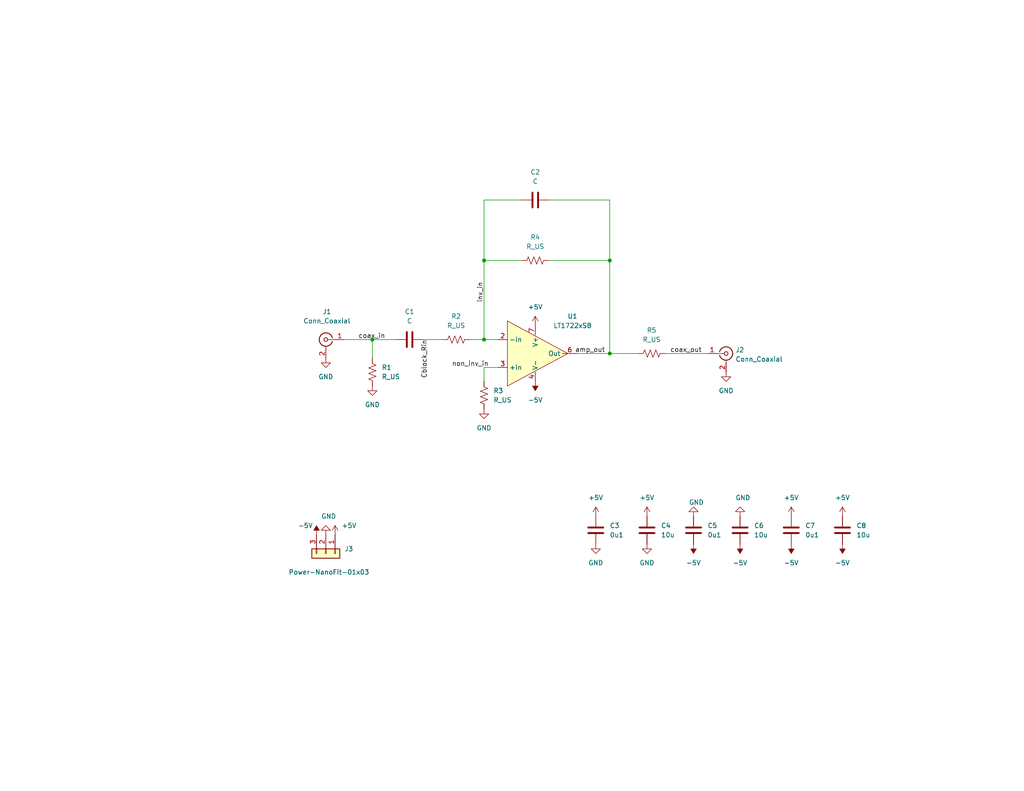
<source format=kicad_sch>
(kicad_sch (version 20211123) (generator eeschema)
  (paper "USLetter")
  (title_block (title "Inverting Single Opamp -- SOIC8") (date "2022-04-28") (rev "0.1") (company "HugonLabs"))
  (lib_symbols
    (symbol "Connector:Conn_Coaxial" (pin_names (offset 1.016) hide)
      (property "Reference" "J" (at 0.254 3.048 0))
      (property "Value" "Conn_Coaxial" (at 2.921 0 90))
      (symbol "Conn_Coaxial_0_1"
        (arc (start -1.778 -0.508) (mid 0.2311 -1.8066) (end 1.778 0) (stroke (width 0.254)))
        (polyline (pts (xy -2.54 0) (xy -0.508 0)))
        (polyline (pts (xy 0 -2.54) (xy 0 -1.778)))
        (circle (center 0 0) (radius 0.508) (stroke (width 0.2032)))
        (arc (start 1.778 0) (mid 0.2099 1.8101) (end -1.778 0.508) (stroke (width 0.254)))
      )
      (symbol "Conn_Coaxial_1_1"
        (pin passive line (at -5.08 0 0) (length 2.54) (name "In") (number "1"))
        (pin passive line (at 0 -5.08 90) (length 2.54) (name "Ext") (number "2"))
      )
    )
    (symbol "Device:C" (pin_numbers hide) (pin_names (offset 0.254))
      (property "Reference" "C" (at 0.635 2.54 0))
      (property "Value" "C" (at 0.635 -2.54 0))
      (symbol "C_0_1"
        (polyline (pts (xy -2.032 -0.762) (xy 2.032 -0.762)) (stroke (width 0.508)))
        (polyline (pts (xy -2.032 0.762) (xy 2.032 0.762)) (stroke (width 0.508)))
      )
      (symbol "C_1_1"
        (pin passive line (at 0 3.81 270) (length 2.794) (name "~") (number "1"))
        (pin passive line (at 0 -3.81 90) (length 2.794) (name "~") (number "2"))
      )
    )
    (symbol "Device:R_US" (pin_numbers hide) (pin_names (offset 0))
      (property "Reference" "R" (at 2.54 0 90))
      (property "Value" "R_US" (at -2.54 0 90))
      (symbol "R_US_0_1"
        (polyline (pts (xy 0 -2.286) (xy 0 -2.54)))
        (polyline (pts (xy 0 2.286) (xy 0 2.54)))
        (polyline (pts (xy 0 -0.762) (xy 1.016 -1.143) (xy 0 -1.524) (xy -1.016 -1.905) (xy 0 -2.286)))
        (polyline (pts (xy 0 0.762) (xy 1.016 0.381) (xy 0 0) (xy -1.016 -0.381) (xy 0 -0.762)))
        (polyline (pts (xy 0 2.286) (xy 1.016 1.905) (xy 0 1.524) (xy -1.016 1.143) (xy 0 0.762)))
      )
      (symbol "R_US_1_1"
        (pin passive line (at 0 3.81 270) (length 1.27) (name "~") (number "1"))
        (pin passive line (at 0 -3.81 90) (length 1.27) (name "~") (number "2"))
      )
    )
    (symbol "HugonLib:LT1722xS8"
      (property "Reference" "U" (at 2.54 8.89 0))
      (property "Value" "LT1722xS8" (at 2.54 11.43 0))
      (symbol "LT1722xS8_0_0"
        (pin no_connect non_logic (at 15.24 8.89 270) (length 2.54) hide (name "NC") (number "1"))
        (pin no_connect non_logic (at 22.86 8.89 270) (length 2.54) hide (name "NC") (number "5"))
        (pin no_connect non_logic (at 17.78 8.89 270) (length 2.54) hide (name "NC") (number "8"))
      )
      (symbol "LT1722xS8_0_1"
        (polyline (pts (xy -8.89 8.89) (xy 7.62 0) (xy -8.89 -8.89) (xy -8.89 8.89)) (fill (type background)))
      )
      (symbol "LT1722xS8_1_1"
        (pin input line (at -11.43 3.81 0) (length 2.54) (name "-in") (number "2"))
        (pin input line (at -11.43 -3.81 0) (length 2.54) (name "+in") (number "3"))
        (pin power_in line (at -1.27 -7.62 90) (length 2.54) (name "V-") (number "4"))
        (pin output line (at 10.16 0 180) (length 4) (name "Out") (number "6"))
        (pin power_in line (at -1.27 7.62 270) (length 2.54) (name "V+") (number "7"))
      )
    )
    (symbol "HugonLib:Power-NanoFit-01x03" (pin_names (offset 1.016) hide)
      (property "Reference" "J" (at 0 5.08 0))
      (property "Value" "Power-NanoFit-01x03" (at 0 -5.08 0))
      (symbol "Power-NanoFit-01x03_1_1"
        (rectangle (start -1.27 -2.413) (end 0 -2.667) (stroke (width 0.1524)))
        (rectangle (start -1.27 0.127) (end 0 -0.127) (stroke (width 0.1524)))
        (rectangle (start -1.27 2.667) (end 0 2.413) (stroke (width 0.1524)))
        (rectangle (start -1.27 3.81) (end 1.27 -3.81) (stroke (width 0.254)) (fill (type background)))
        (pin power_out line (at -5.08 2.54 0) (length 3.81) (name "Pin_1") (number "1"))
        (pin power_out line (at -5.08 0 0) (length 3.81) (name "Pin_2") (number "2"))
        (pin power_out line (at -5.08 -2.54 0) (length 3.81) (name "Pin_3") (number "3"))
      )
    )
    (symbol "power:+5V" (power) (pin_names (offset 0))
      (property "Value" "+5V" (at 0 3.556 0))
      (symbol "+5V_0_1"
        (polyline (pts (xy -0.762 1.27) (xy 0 2.54)))
        (polyline (pts (xy 0 0) (xy 0 2.54)))
        (polyline (pts (xy 0 2.54) (xy 0.762 1.27)))
      )
      (symbol "+5V_1_1"
        (pin power_in line (at 0 0 90) (length 0) hide (name "+5V") (number "1"))
      )
    )
    (symbol "power:-5V" (power) (pin_names (offset 0))
      (property "Value" "-5V" (at 0 3.81 0))
      (symbol "-5V_0_0"
        (pin power_in line (at 0 0 90) (length 0) hide (name "-5V") (number "1"))
      )
      (symbol "-5V_0_1"
        (polyline (pts (xy 0 0) (xy 0 1.27) (xy 0.762 1.27) (xy 0 2.54) (xy -0.762 1.27) (xy 0 1.27)) (fill (type outline)))
      )
    )
    (symbol "power:GND" (power) (pin_names (offset 0))
      (property "Value" "GND" (at 0 -3.81 0))
      (symbol "GND_0_1"
        (polyline (pts (xy 0 0) (xy 0 -1.27) (xy 1.27 -1.27) (xy 0 -2.54) (xy -1.27 -1.27) (xy 0 -1.27)))
      )
      (symbol "GND_1_1"
        (pin power_in line (at 0 0 270) (length 0) hide (name "GND") (number "1"))
      )
    )
  )
  (junction (at 101.6 92.71))
  (junction (at 132.08 71.12))
  (junction (at 166.37 96.52))
  (junction (at 132.08 92.71))
  (junction (at 166.37 71.12))
  (wire (pts (xy 107.95 92.71) (xy 101.6 92.71)))
  (wire (pts (xy 166.37 96.52) (xy 173.99 96.52)))
  (wire (pts (xy 181.61 96.52) (xy 193.04 96.52)))
  (wire (pts (xy 101.6 92.71) (xy 101.6 97.79)))
  (wire (pts (xy 128.27 92.71) (xy 132.08 92.71)))
  (wire (pts (xy 132.08 71.12) (xy 142.24 71.12)))
  (wire (pts (xy 157.48 96.52) (xy 166.37 96.52)))
  (wire (pts (xy 132.08 104.14) (xy 132.08 100.33)))
  (wire (pts (xy 132.08 92.71) (xy 132.08 71.12)))
  (wire (pts (xy 132.08 71.12) (xy 132.08 54.61)))
  (wire (pts (xy 132.08 54.61) (xy 142.24 54.61)))
  (wire (pts (xy 132.08 92.71) (xy 135.89 92.71)))
  (wire (pts (xy 166.37 54.61) (xy 166.37 71.12)))
  (wire (pts (xy 132.08 100.33) (xy 135.89 100.33)))
  (wire (pts (xy 149.86 54.61) (xy 166.37 54.61)))
  (wire (pts (xy 149.86 71.12) (xy 166.37 71.12)))
  (wire (pts (xy 166.37 71.12) (xy 166.37 96.52)))
  (wire (pts (xy 93.98 92.71) (xy 101.6 92.71)))
  (wire (pts (xy 115.57 92.71) (xy 120.65 92.71)))
  (label "coax_in" (at 97.79 92.71 0))
  (label "inv_in" (at 132.08 82.55 90))
  (label "non_inv_in" (at 133.35 100.33 180))
  (label "coax_out" (at 182.88 96.52 0))
  (label "amp_out" (at 165.1 96.52 180))
  (label "Cblock_Rin" (at 116.84 92.71 270))
  (symbol (lib_id "Device:C") (at 146.05 54.61 90) (unit 1)
    (property "Reference" "C2" (at 146.05 46.99 90))
    (property "Value" "C" (at 146.05 49.53 90))
    (property "Footprint" "Capacitor_SMD:C_0805_2012Metric_Pad1.18x1.45mm_HandSolder" (effects hide))
  )
  (symbol (lib_id "Device:R_US") (at 101.6 101.6 180) (unit 1)
    (property "Reference" "R1" (at 104.14 100.3299 0) (effects (justify right)))
    (property "Value" "R_US" (at 104.14 102.8699 0) (effects (justify right)))
    (property "Footprint" "Resistor_SMD:R_0805_2012Metric_Pad1.20x1.40mm_HandSolder" (effects hide))
  )
  (symbol (lib_id "power:GND") (at 88.9 97.79 0) (unit 1)
    (property "Reference" "#PWR01" (effects hide))
    (property "Value" "GND" (at 88.9 102.87 0))
  )
  (symbol (lib_id "Device:R_US") (at 132.08 107.95 0) (unit 1)
    (property "Reference" "R3" (at 134.62 106.6799 0) (effects (justify left)))
    (property "Value" "R_US" (at 134.62 109.2199 0) (effects (justify left)))
    (property "Footprint" "Resistor_SMD:R_0805_2012Metric_Pad1.20x1.40mm_HandSolder" (effects hide))
  )
  (symbol (lib_id "power:-5V") (at 86.36 146.05 0) (unit 1)
    (property "Reference" "#PWR0101" (effects hide))
    (property "Value" "-5V" (at 81.28 143.51 0) (effects (justify left)))
  )
  (symbol (lib_id "power:+5V") (at 176.53 140.97 0) (unit 1)
    (property "Reference" "#PWR09" (effects hide))
    (property "Value" "+5V" (at 176.53 135.89 0))
  )
  (symbol (lib_id "power:GND") (at 176.53 148.59 0) (unit 1)
    (property "Reference" "#PWR010" (effects hide))
    (property "Value" "GND" (at 176.53 153.67 0))
  )
  (symbol (lib_id "Device:R_US") (at 124.46 92.71 90) (unit 1)
    (property "Reference" "R2" (at 124.46 86.36 90))
    (property "Value" "R_US" (at 124.46 88.9 90))
    (property "Footprint" "Resistor_SMD:R_0805_2012Metric_Pad1.20x1.40mm_HandSolder" (effects hide))
  )
  (symbol (lib_id "power:GND") (at 132.08 111.76 0) (unit 1)
    (property "Reference" "#PWR03" (effects hide))
    (property "Value" "GND" (at 132.08 116.84 0))
  )
  (symbol (lib_id "HugonLib:Power-NanoFit-01x03") (at 88.9 151.13 270) (unit 1)
    (property "Reference" "J3" (at 93.98 149.8599 90) (effects (justify left)))
    (property "Value" "Power-NanoFit-01x03" (at 78.74 156.21 90) (effects (justify left)))
    (property "Footprint" "Connector_Molex:Molex_Nano-Fit_105313-xx03_1x03_P2.50mm_Horizontal" (effects hide))
  )
  (symbol (lib_id "power:-5V") (at 189.23 148.59 180) (unit 1)
    (property "Reference" "#PWR012" (effects hide))
    (property "Value" "-5V" (at 189.23 153.67 0))
  )
  (symbol (lib_id "Device:C") (at 229.87 144.78 180) (unit 1)
    (property "Reference" "C8" (at 233.68 143.5099 0) (effects (justify right)))
    (property "Value" "10u" (at 233.68 146.0499 0) (effects (justify right)))
    (property "Footprint" "Capacitor_SMD:C_0805_2012Metric_Pad1.18x1.45mm_HandSolder" (effects hide))
  )
  (symbol (lib_id "power:-5V") (at 146.05 104.14 180) (unit 1)
    (property "Reference" "#PWR05" (effects hide))
    (property "Value" "-5V" (at 146.05 109.22 0))
  )
  (symbol (lib_id "Device:C") (at 215.9 144.78 180) (unit 1)
    (property "Reference" "C7" (at 219.71 143.5099 0) (effects (justify right)))
    (property "Value" "0u1" (at 219.71 146.0499 0) (effects (justify right)))
    (property "Footprint" "Capacitor_SMD:C_0805_2012Metric_Pad1.18x1.45mm_HandSolder" (effects hide))
  )
  (symbol (lib_id "power:GND") (at 88.9 146.05 180) (unit 1)
    (property "Reference" "#PWR0103" (effects hide))
    (property "Value" "GND" (at 87.63 140.97 0) (effects (justify right)))
  )
  (symbol (lib_id "Device:R_US") (at 177.8 96.52 90) (unit 1)
    (property "Reference" "R5" (at 177.8 90.17 90))
    (property "Value" "R_US" (at 177.8 92.71 90))
    (property "Footprint" "Resistor_SMD:R_0805_2012Metric_Pad1.20x1.40mm_HandSolder" (effects hide))
  )
  (symbol (lib_id "Device:C") (at 189.23 144.78 180) (unit 1)
    (property "Reference" "C5" (at 193.04 143.5099 0) (effects (justify right)))
    (property "Value" "0u1" (at 193.04 146.0499 0) (effects (justify right)))
    (property "Footprint" "Capacitor_SMD:C_0805_2012Metric_Pad1.18x1.45mm_HandSolder" (effects hide))
  )
  (symbol (lib_id "Device:C") (at 162.56 144.78 180) (unit 1)
    (property "Reference" "C3" (at 166.37 143.5099 0) (effects (justify right)))
    (property "Value" "0u1" (at 166.37 146.0499 0) (effects (justify right)))
    (property "Footprint" "Capacitor_SMD:C_0805_2012Metric_Pad1.18x1.45mm_HandSolder" (effects hide))
  )
  (symbol (lib_id "power:GND") (at 189.23 140.97 180) (unit 1)
    (property "Reference" "#PWR011" (effects hide))
    (property "Value" "GND" (at 187.96 137.16 0) (effects (justify right)))
  )
  (symbol (lib_id "power:GND") (at 101.6 105.41 0) (unit 1)
    (property "Reference" "#PWR02" (effects hide))
    (property "Value" "GND" (at 101.6 110.49 0))
  )
  (symbol (lib_id "power:GND") (at 201.93 140.97 180) (unit 1)
    (property "Reference" "#PWR013" (effects hide))
    (property "Value" "GND" (at 200.66 135.89 0) (effects (justify right)))
  )
  (symbol (lib_id "power:+5V") (at 229.87 140.97 0) (unit 1)
    (property "Reference" "#PWR017" (effects hide))
    (property "Value" "+5V" (at 229.87 135.89 0))
  )
  (symbol (lib_id "power:-5V") (at 201.93 148.59 180) (unit 1)
    (property "Reference" "#PWR014" (effects hide))
    (property "Value" "-5V" (at 201.93 153.67 0))
  )
  (symbol (lib_id "power:GND") (at 198.12 101.6 0) (unit 1)
    (property "Reference" "#PWR06" (effects hide))
    (property "Value" "GND" (at 198.12 106.68 0))
  )
  (symbol (lib_id "Connector:Conn_Coaxial") (at 198.12 96.52 0) (unit 1)
    (property "Reference" "J2" (at 200.66 95.5431 0) (effects (justify left)))
    (property "Value" "Conn_Coaxial" (at 200.66 98.0831 0) (effects (justify left)))
    (property "Footprint" "Connector_Coaxial:SMA_Amphenol_132289_EdgeMount" (effects hide))
    (property "Datasheet" " ~" (effects hide))
  )
  (symbol (lib_id "HugonLib:LT1722xS8") (at 147.32 96.52 0) (unit 1)
    (property "Reference" "U1" (at 156.21 86.36 0))
    (property "Value" "LT1722xS8" (at 156.21 88.9 0))
    (property "Footprint" "Package_SO:SOIC-8_3.9x4.9mm_P1.27mm" (effects hide))
    (property "Datasheet" "https://www.analog.com/media/en/technical-documentation/data-sheets/172234fb.pdf" (effects hide))
  )
  (symbol (lib_id "power:-5V") (at 229.87 148.59 180) (unit 1)
    (property "Reference" "#PWR018" (effects hide))
    (property "Value" "-5V" (at 229.87 153.67 0))
  )
  (symbol (lib_id "Device:C") (at 111.76 92.71 90) (unit 1)
    (property "Reference" "C1" (at 111.76 85.09 90))
    (property "Value" "C" (at 111.76 87.63 90))
    (property "Footprint" "Capacitor_SMD:C_0805_2012Metric_Pad1.18x1.45mm_HandSolder" (effects hide))
  )
  (symbol (lib_id "Connector:Conn_Coaxial") (at 88.9 92.71 0) (mirror y) (unit 1)
    (property "Reference" "J1" (at 89.2174 85.09 0))
    (property "Value" "Conn_Coaxial" (at 89.2174 87.63 0))
    (property "Footprint" "Connector_Coaxial:SMA_Amphenol_132289_EdgeMount" (effects hide))
    (property "Datasheet" " ~" (effects hide))
  )
  (symbol (lib_id "power:GND") (at 162.56 148.59 0) (unit 1)
    (property "Reference" "#PWR08" (effects hide))
    (property "Value" "GND" (at 162.56 153.67 0))
  )
  (symbol (lib_id "power:-5V") (at 215.9 148.59 180) (unit 1)
    (property "Reference" "#PWR016" (effects hide))
    (property "Value" "-5V" (at 215.9 153.67 0))
  )
  (symbol (lib_id "power:+5V") (at 215.9 140.97 0) (unit 1)
    (property "Reference" "#PWR015" (effects hide))
    (property "Value" "+5V" (at 215.9 135.89 0))
  )
  (symbol (lib_id "power:+5V") (at 91.44 146.05 0) (unit 1)
    (property "Reference" "#PWR0102" (effects hide))
    (property "Value" "+5V" (at 95.25 143.51 0))
  )
  (symbol (lib_id "Device:C") (at 176.53 144.78 180) (unit 1)
    (property "Reference" "C4" (at 180.34 143.5099 0) (effects (justify right)))
    (property "Value" "10u" (at 180.34 146.0499 0) (effects (justify right)))
    (property "Footprint" "Capacitor_SMD:C_0805_2012Metric_Pad1.18x1.45mm_HandSolder" (effects hide))
  )
  (symbol (lib_id "power:+5V") (at 162.56 140.97 0) (unit 1)
    (property "Reference" "#PWR07" (effects hide))
    (property "Value" "+5V" (at 162.56 135.89 0))
  )
  (symbol (lib_id "Device:C") (at 201.93 144.78 180) (unit 1)
    (property "Reference" "C6" (at 205.74 143.5099 0) (effects (justify right)))
    (property "Value" "10u" (at 205.74 146.0499 0) (effects (justify right)))
    (property "Footprint" "Capacitor_SMD:C_0805_2012Metric_Pad1.18x1.45mm_HandSolder" (effects hide))
  )
  (symbol (lib_id "Device:R_US") (at 146.05 71.12 90) (unit 1)
    (property "Reference" "R4" (at 146.05 64.77 90))
    (property "Value" "R_US" (at 146.05 67.31 90))
    (property "Footprint" "Resistor_SMD:R_0805_2012Metric_Pad1.20x1.40mm_HandSolder" (effects hide))
  )
  (symbol (lib_id "power:+5V") (at 146.05 88.9 0) (unit 1)
    (property "Reference" "#PWR04" (effects hide))
    (property "Value" "+5V" (at 146.05 83.82 0))
  )
)
</source>
